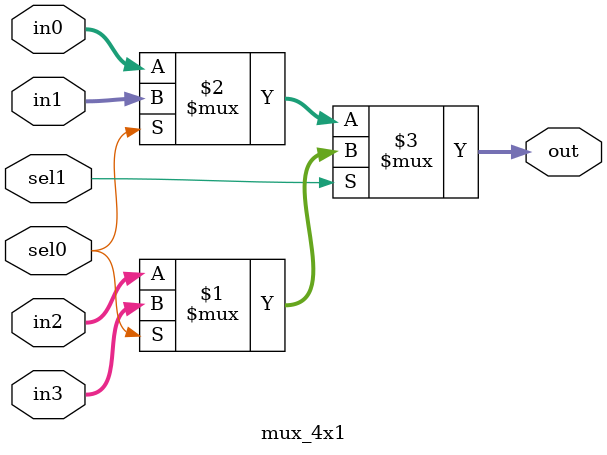
<source format=v>
module mux_4x1 (out,in0,in1,in2,in3,sel1,sel0);
  output [31:0] out;
  input sel1,sel0;
  input [31:0] in3,in2,in1,in0;
  assign out=sel1?(sel0?in3:in2):(sel0?in1:in0);
endmodule

</source>
